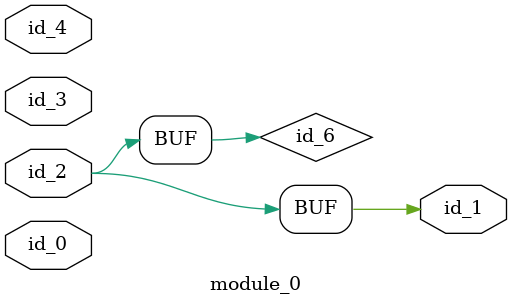
<source format=v>
`timescale 1ps / 1 ps
module module_0 (
    input id_0,
    output reg id_1,
    input id_2,
    input id_3,
    input id_4
);
  reg id_5 = 1;
  reg id_6;
  assign id_1 = id_2;
  always #(1) begin
    id_1 <= id_3;
    id_1 = id_6;
    if (id_6) id_5 <= 1;
  end
endmodule

</source>
